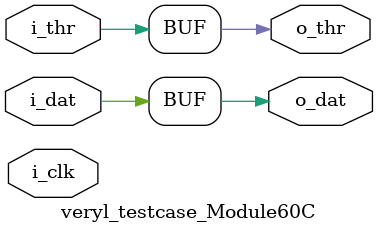
<source format=sv>
module veryl_testcase_Module60A (
    input  var logic i_clk_a  ,
    input  var logic i_rst_a_n,
    input  var logic i_dat_a  ,
    output var logic o_dat_a  ,
    input  var logic i_clk_b  ,
    input  var logic i_rst_b_n,
    input  var logic i_dat_b  ,
    output var logic o_dat_b  
);
    always_comb o_dat_a = i_dat_a;
    always_comb o_dat_b = i_dat_b;
endmodule

module veryl_testcase_Module60B (
    input  var logic i_clk   ,
    input  var logic i_clk_x2,
    input  var logic i_dat   ,
    output var logic o_dat   
);
    always_comb o_dat = i_dat;
endmodule

module veryl_testcase_Module60C (
    input  var logic i_clk,
    input  var logic i_dat,
    output var logic o_dat,
    input  var logic i_thr,
    output var logic o_thr
);
    always_comb o_dat = i_dat;
    always_comb o_thr = i_thr;
endmodule
//# sourceMappingURL=../map/testcases/sv/60_clock_domain.sv.map

</source>
